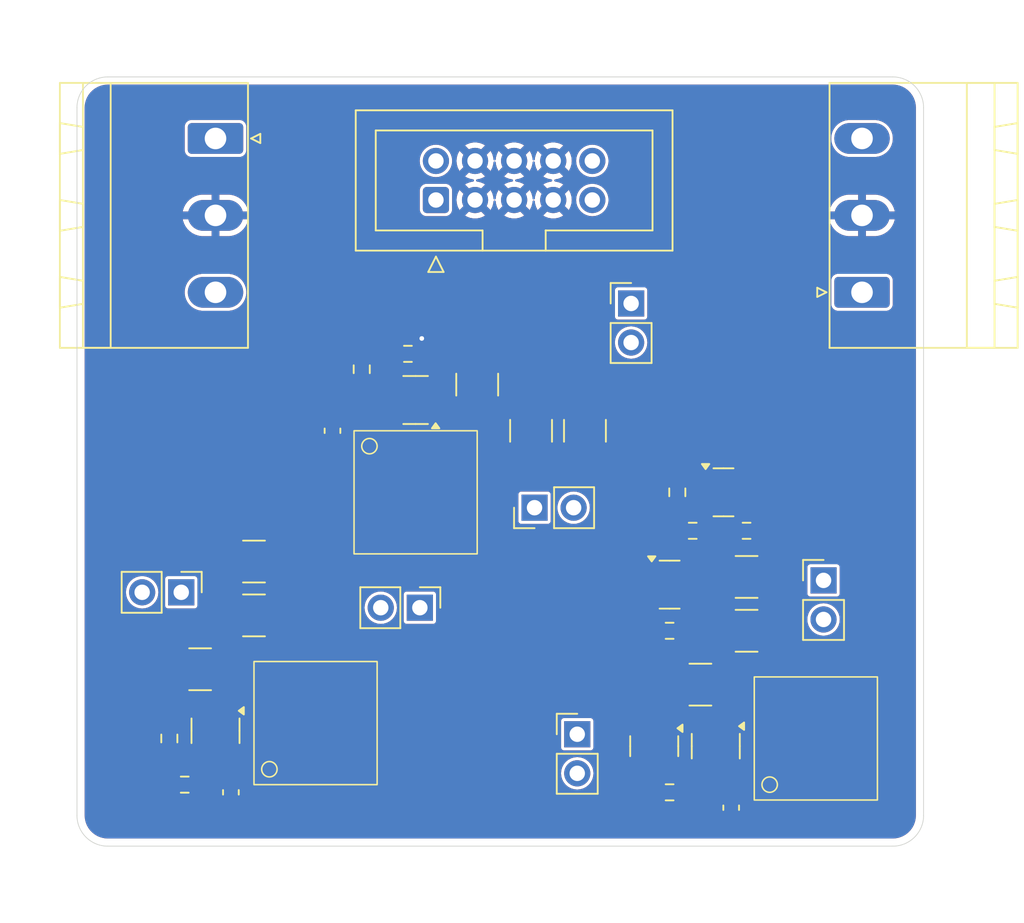
<source format=kicad_pcb>
(kicad_pcb
	(version 20240108)
	(generator "pcbnew")
	(generator_version "8.0")
	(general
		(thickness 1.6)
		(legacy_teardrops no)
	)
	(paper "A4")
	(layers
		(0 "F.Cu" signal)
		(1 "In1.Cu" signal)
		(2 "In2.Cu" signal)
		(31 "B.Cu" signal)
		(32 "B.Adhes" user "B.Adhesive")
		(33 "F.Adhes" user "F.Adhesive")
		(34 "B.Paste" user)
		(35 "F.Paste" user)
		(36 "B.SilkS" user "B.Silkscreen")
		(37 "F.SilkS" user "F.Silkscreen")
		(38 "B.Mask" user)
		(39 "F.Mask" user)
		(40 "Dwgs.User" user "User.Drawings")
		(41 "Cmts.User" user "User.Comments")
		(42 "Eco1.User" user "User.Eco1")
		(43 "Eco2.User" user "User.Eco2")
		(44 "Edge.Cuts" user)
		(45 "Margin" user)
		(46 "B.CrtYd" user "B.Courtyard")
		(47 "F.CrtYd" user "F.Courtyard")
		(48 "B.Fab" user)
		(49 "F.Fab" user)
		(50 "User.1" user)
		(51 "User.2" user)
		(52 "User.3" user)
		(53 "User.4" user)
		(54 "User.5" user)
		(55 "User.6" user)
		(56 "User.7" user)
		(57 "User.8" user)
		(58 "User.9" user)
	)
	(setup
		(stackup
			(layer "F.SilkS"
				(type "Top Silk Screen")
			)
			(layer "F.Paste"
				(type "Top Solder Paste")
			)
			(layer "F.Mask"
				(type "Top Solder Mask")
				(thickness 0.01)
			)
			(layer "F.Cu"
				(type "copper")
				(thickness 0.035)
			)
			(layer "dielectric 1"
				(type "prepreg")
				(thickness 0.1)
				(material "FR4")
				(epsilon_r 4.5)
				(loss_tangent 0.02)
			)
			(layer "In1.Cu"
				(type "copper")
				(thickness 0.035)
			)
			(layer "dielectric 2"
				(type "core")
				(thickness 1.24)
				(material "FR4")
				(epsilon_r 4.5)
				(loss_tangent 0.02)
			)
			(layer "In2.Cu"
				(type "copper")
				(thickness 0.035)
			)
			(layer "dielectric 3"
				(type "prepreg")
				(thickness 0.1)
				(material "FR4")
				(epsilon_r 4.5)
				(loss_tangent 0.02)
			)
			(layer "B.Cu"
				(type "copper")
				(thickness 0.035)
			)
			(layer "B.Mask"
				(type "Bottom Solder Mask")
				(thickness 0.01)
			)
			(layer "B.Paste"
				(type "Bottom Solder Paste")
			)
			(layer "B.SilkS"
				(type "Bottom Silk Screen")
			)
			(copper_finish "HAL SnPb")
			(dielectric_constraints no)
		)
		(pad_to_mask_clearance 0.05)
		(solder_mask_min_width 0.1)
		(allow_soldermask_bridges_in_footprints no)
		(grid_origin 45 100)
		(pcbplotparams
			(layerselection 0x00010fc_ffffffff)
			(plot_on_all_layers_selection 0x0000000_00000000)
			(disableapertmacros no)
			(usegerberextensions no)
			(usegerberattributes yes)
			(usegerberadvancedattributes yes)
			(creategerberjobfile yes)
			(dashed_line_dash_ratio 12.000000)
			(dashed_line_gap_ratio 3.000000)
			(svgprecision 4)
			(plotframeref no)
			(viasonmask no)
			(mode 1)
			(useauxorigin no)
			(hpglpennumber 1)
			(hpglpenspeed 20)
			(hpglpendiameter 15.000000)
			(pdf_front_fp_property_popups yes)
			(pdf_back_fp_property_popups yes)
			(dxfpolygonmode yes)
			(dxfimperialunits yes)
			(dxfusepcbnewfont yes)
			(psnegative no)
			(psa4output no)
			(plotreference yes)
			(plotvalue yes)
			(plotfptext yes)
			(plotinvisibletext no)
			(sketchpadsonfab no)
			(subtractmaskfromsilk no)
			(outputformat 1)
			(mirror no)
			(drillshape 1)
			(scaleselection 1)
			(outputdirectory "")
		)
	)
	(net 0 "")
	(net 1 "GND")
	(net 2 "Net-(U1-BST)")
	(net 3 "Net-(U2-BST)")
	(net 4 "Net-(J3-Pin_1)")
	(net 5 "Net-(J4-Pin_2)")
	(net 6 "Net-(J8-Pin_2)")
	(net 7 "Net-(U5-BST)")
	(net 8 "/AP62250/V+in")
	(net 9 "/AP62250/V-in")
	(net 10 "/AP62250/V+ut")
	(net 11 "/AP62250/V-ut")
	(net 12 "Net-(Q1-E)")
	(net 13 "Net-(Q1-B)")
	(net 14 "Net-(Q1-C)")
	(net 15 "Net-(U3-REF)")
	(net 16 "/AP62250/Vin1")
	(net 17 "/AP62250/SW1")
	(net 18 "/AP62250/SW2")
	(net 19 "/AP62250/Vin2")
	(net 20 "/AP62250/Vin3")
	(net 21 "/AP62250/SW3")
	(net 22 "/AP62250/FB3")
	(net 23 "/AP62250/FB1")
	(net 24 "/AP62250/FB2")
	(footprint "Package_TO_SOT_SMD:SOT-23" (layer "F.Cu") (at 87 77))
	(footprint "Resistor_SMD:R_0603_1608Metric_Pad0.98x0.95mm_HandSolder" (layer "F.Cu") (at 84 77 90))
	(footprint "Connector_PinHeader_2.54mm:PinHeader_1x02_P2.54mm_Vertical" (layer "F.Cu") (at 77.5 92.725))
	(footprint "Resistor_SMD:R_0603_1608Metric_Pad0.98x0.95mm_HandSolder" (layer "F.Cu") (at 51 93 90))
	(footprint "Capacitor_SMD:C_1210_3225Metric_Pad1.33x2.70mm_HandSolder" (layer "F.Cu") (at 56.5 81.5))
	(footprint "Connector_Phoenix_MSTB:PhoenixContact_MSTBA_2,5_3-G_1x03_P5.00mm_Horizontal" (layer "F.Cu") (at 96 64 90))
	(footprint "Capacitor_SMD:C_1210_3225Metric_Pad1.33x2.70mm_HandSolder" (layer "F.Cu") (at 53 88.5))
	(footprint "buck_lib:L_Eaton_DR74" (layer "F.Cu") (at 93 93 90))
	(footprint "Resistor_SMD:R_0603_1608Metric_Pad0.98x0.95mm_HandSolder" (layer "F.Cu") (at 66.5 68))
	(footprint "Capacitor_SMD:C_1210_3225Metric_Pad1.33x2.70mm_HandSolder" (layer "F.Cu") (at 56.5 85))
	(footprint "Package_TO_SOT_SMD:TSOT-23-6" (layer "F.Cu") (at 86.5 93.5 -90))
	(footprint "Resistor_SMD:R_0603_1608Metric_Pad0.98x0.95mm_HandSolder" (layer "F.Cu") (at 83.5 86))
	(footprint "Connector_PinHeader_2.54mm:PinHeader_1x02_P2.54mm_Vertical" (layer "F.Cu") (at 93.5 82.725))
	(footprint "Package_TO_SOT_SMD:SOT-23" (layer "F.Cu") (at 83.5 83))
	(footprint "Capacitor_SMD:C_1210_3225Metric_Pad1.33x2.70mm_HandSolder" (layer "F.Cu") (at 71 70 -90))
	(footprint "Capacitor_SMD:C_0603_1608Metric_Pad1.08x0.95mm_HandSolder" (layer "F.Cu") (at 87.5 97.5 -90))
	(footprint "Package_TO_SOT_SMD:TSOT-23-6" (layer "F.Cu") (at 54 92.5 -90))
	(footprint "Connector_PinHeader_2.54mm:PinHeader_1x02_P2.54mm_Vertical" (layer "F.Cu") (at 81 64.725))
	(footprint "Resistor_SMD:R_0603_1608Metric_Pad0.98x0.95mm_HandSolder" (layer "F.Cu") (at 88.5 79.5))
	(footprint "Capacitor_SMD:C_0603_1608Metric_Pad1.08x0.95mm_HandSolder" (layer "F.Cu") (at 55 96.5 -90))
	(footprint "Connector_Phoenix_MSTB:PhoenixContact_MSTBA_2,5_3-G_1x03_P5.00mm_Horizontal" (layer "F.Cu") (at 54 54 -90))
	(footprint "buck_lib:L_Eaton_DR74" (layer "F.Cu") (at 60.5 92 90))
	(footprint "Package_TO_SOT_SMD:TSOT-23-6" (layer "F.Cu") (at 67 71 180))
	(footprint "Capacitor_SMD:C_0603_1608Metric_Pad1.08x0.95mm_HandSolder" (layer "F.Cu") (at 61.6 73 -90))
	(footprint "Connector_PinHeader_2.54mm:PinHeader_1x02_P2.54mm_Vertical" (layer "F.Cu") (at 67.275 84.5 -90))
	(footprint "Connector_PinHeader_2.54mm:PinHeader_1x02_P2.54mm_Vertical" (layer "F.Cu") (at 74.725 78 90))
	(footprint "buck_lib:L_Eaton_DR74" (layer "F.Cu") (at 67 77))
	(footprint "Package_TO_SOT_SMD:SOT-23" (layer "F.Cu") (at 82.5 93.5 -90))
	(footprint "Resistor_SMD:R_0603_1608Metric_Pad0.98x0.95mm_HandSolder" (layer "F.Cu") (at 63.5 69 90))
	(footprint "Resistor_SMD:R_0603_1608Metric_Pad0.98x0.95mm_HandSolder" (layer "F.Cu") (at 52 96 180))
	(footprint "Connector_IDC:IDC-Header_2x05_P2.54mm_Vertical" (layer "F.Cu") (at 68.32 58 90))
	(footprint "Capacitor_SMD:C_1210_3225Metric_Pad1.33x2.70mm_HandSolder" (layer "F.Cu") (at 88.5 82.5))
	(footprint "Resistor_SMD:R_0603_1608Metric_Pad0.98x0.95mm_HandSolder" (layer "F.Cu") (at 83.5 96.5 180))
	(footprint "Connector_PinHeader_2.54mm:PinHeader_1x02_P2.54mm_Vertical" (layer "F.Cu") (at 51.775 83.5 -90))
	(footprint "Capacitor_SMD:C_1210_3225Metric_Pad1.33x2.70mm_HandSolder" (layer "F.Cu") (at 88.5 86))
	(footprint "Capacitor_SMD:C_1210_3225Metric_Pad1.33x2.70mm_HandSolder" (layer "F.Cu") (at 78 73 90))
	(footprint "Capacitor_SMD:C_1210_3225Metric_Pad1.33x2.70mm_HandSolder"
		(locked yes)
		(layer "F.Cu")
		(uuid "ecccdbdf-43db-4849-a37a-d9cb9c2e505f")
		(at 74.5 73 90)
		(descr "Capacitor SMD 1210 (3225 Metric), square (rectangular) end terminal, IPC_7351 nominal with elongated pad for handsoldering. (Body size source: IPC-SM-782 page 76, https://www.pcb-3d.com/wordpress/wp-content/uploads/ipc-sm-782a_amendment_1_and_2.pdf), generated with kicad-footprint-generator")
		(tags "capacitor handsolder")
		(property "Reference" "C5"
			(at 0 -2.3 -90)
			(layer "F.SilkS")
			(hide yes)
			(uuid "b7f20c8d-d0ab-454e-8a06-1b710c6b4fc6")
			(effects
				(font
					(size 1 1)
					(thickness 0.15)
				)
			)
		)
		(property "Value" "22u"
			(at 0 2.3 -90)
			(layer "F.Fab")
			(hide yes)
			(uuid "a45a43a0-e23d-4dfc-adce-c525711dc3af")
			(effects
				(font
					(size 1 1)
					(thickness 0.15)
				)
			)
		)
		(property "Footprint" "Capacitor_SMD:C_1210_3225Metric_Pad1.33x2.70mm_HandSolder"
			(at 0 0 90)
			(unlocked yes)
			(layer "F.Fab")
			(hide yes)
			(uuid "35794817-7790-4772-9db5-d79eca1cb68f")
			(effects
				(font
					(size 1.27 1.27)
				)
			)
		)
		(property "Datasheet" ""
			(at 0 0 90)
			(unlocked yes)
			(layer "F.Fab")
			(hide yes)
			(uuid "d7188e13-fb38-48fd-a688-5eefd68e7dd7")
			(effects
				(font
					(size 1.27 1.27)
				)
			)
		)
		(property "Description" "Unpolarized capacitor"
			(at 0 0 90)
			(unlocked yes)
			(layer "F.Fab")
			(hide yes)
			(uuid "c433d920-c3f6-478b-9957-126652c344ad")
			(effects
				(font
					(size 1.27 1.27)
				)
			)
		)
		(property "Package" "1210"
			(at 0 0 90)
			(unlocked yes)
			(layer "F.Fab")
			(hide yes)
			(uuid "b9da8199-5ac8-45f0-aa28-85eee33209e1")
			(effects
				(font
					(size 1 1)
					(thickness 0.15)
				)
			)
		)
		(property "Voltage" "16V"
			(at 0 0 90)
			(unlocked yes)
			(layer "F.Fab")
			(hide yes)
			(uuid "691becb9-1d73-445a-9989-89b14ebce9df")
			(effects
				(font
					(size 1 1)
					(thickness 0.15)
				)
			)
		)
		(property ki_fp_filters "C_*")
		(path "/14910d45-acbf-48a1-8153-782847a0fd20/92898922-a392-4553-b1a8-acfb8d4ad257")
		(sheetname "AP62250")
		(sheetfile "ap62250.kicad_sch")
		(attr smd)
		(fp_line
			(start -0.711252 -1.36)
			(end 0.711252 -1.36)
			(stroke
				(width 0.12)
				(type solid)
			)
			(layer "F.SilkS")
			(uuid "32bd3a63-90cb-49e9-a971-501bc04ebab3")
		)
		(fp_line
			(start -0.711252 1.36)
			(end 0.711252 1.36)
			(stroke
				(width 0.12)
				(type solid)
			)
			(layer "F.SilkS")
			(uuid "c27d4eb2-7d16-45ac-b733-06a10212a8df")
		)
		(fp_line
			(start 2.48 -1.6)
			(end 2.48 1.6)
			(stroke
				(width 0.05)
				(type solid)
			)
			(layer "F.CrtYd")
			(uuid "31bcbf54-7fa5-477d-a678-39eb9eea7d60")
		)
		(fp_line
			(start -2.48 -1.6)
			(end 2.48 -1.6)
			(stroke
				(width 0.05)
				(type solid)
			)
			(layer "F.CrtYd")
			(uuid "38c2634f-90e6-4e02-8b07-eecf39beb4ce")
		)
		(fp_line
			(start 2.48 1.6)
			(end -2.48 1.6)
			(stroke
				(width 0.05)
				(type solid)
			)
			(layer "F.CrtYd")
			(uuid "524e1316-cd41-4d82-8174-ecdfda710d78")
		)
		(fp_line
			(start -2.48 1.6)
			(end -2.48 -1.6)
			(stroke
				(width 0.05)
				(type solid)
			)
			(layer "F.CrtYd")
			(uuid "7e94642d-edef-41aa-937d-2b9f9d76a6a4")
		)
		(fp_line
			(start 1.6 -1.25)
			(end 1.6 1.25)
			(stroke
				(width 0.1)
				(type solid)
			)
			(layer "F.Fab")
			(uuid "0b565bab-10df-47d8-b2ee-b579be710f48")
		)
		(fp_line
			(start -1.6 -1.25)
			(end 1.6 -1.25)
			(stroke
				(width 0.1)
				(type solid)
			)
			(layer "F.Fab")
			(uuid "3f9266ee-b459-4ba6-967a-6a5c7ffb127f")
		)
		(fp_line
			(start 1.6 1.25)
			(end -1.6 1.25)
			(stroke
				(width 0.1)
				(type solid)
			)
			(layer "F.Fab")
			(uuid "8ac217f7-1c54-4248-8ef6-77a0eea44b3a")
		)
		(fp_line
			(start -1.6 1.25)
			(end -1.6 -1.25)
			(stroke
				(width 0.1)
				(type solid)
			)
			(layer "F.Fab")
			(uuid "572865a4-f208-403b-a6b9-c77e8d2e38f0")
		)
		(fp_text user "${REFERENCE}"
			(at 0 0 -90)
			(layer "F.Fab")
			(uuid "7e1e5f19-9d51-4264-8e6f-a538804b3462")
			(effects
				(font
					(size 0.8 0.8)
					(thickness 0.12)
				)
			)
		)
		(pad "1" smd roundrect
			(at -1.5625 0 90)
			(size 1.325 2.7)
			(layers "F.Cu" "F.Paste" "F.Mask")
			(roundrect_rratio 0.188679)
			(net 4 "Net-(J3-Pin_1)")
			(pintype "passive")
			(uuid "a7967aea-ea35-443d-b143-0863ce8bfb7f")
		)
		(pad "2" smd roundrect
			(at 1.5625 0 90)
			(size 1.325 2.7)
			(layers "F.Cu" "F.Pa
... [272066 chars truncated]
</source>
